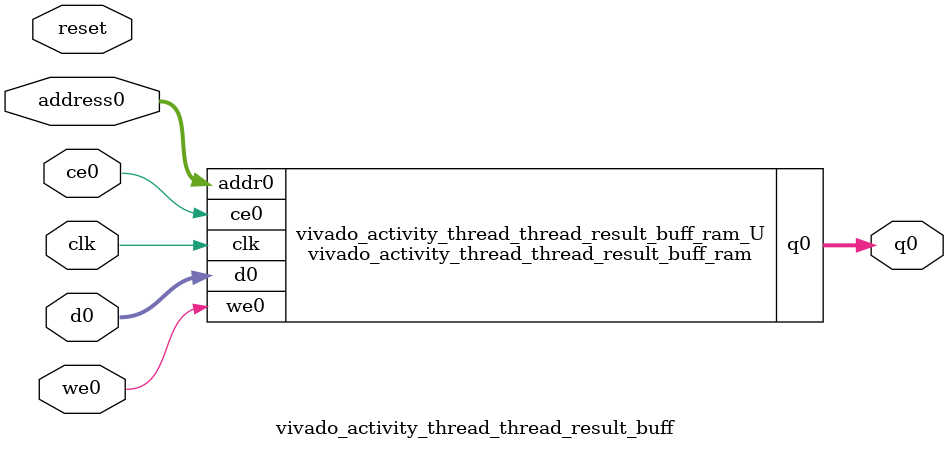
<source format=v>

`timescale 1 ns / 1 ps
module vivado_activity_thread_thread_result_buff_ram (addr0, ce0, d0, we0, q0,  clk);

parameter DWIDTH = 32;
parameter AWIDTH = 10;
parameter MEM_SIZE = 1000;

input[AWIDTH-1:0] addr0;
input ce0;
input[DWIDTH-1:0] d0;
input we0;
output reg[DWIDTH-1:0] q0;
input clk;

(* ram_style = "block" *)reg [DWIDTH-1:0] ram[MEM_SIZE-1:0];




always @(posedge clk)  
begin 
    if (ce0) 
    begin
        if (we0) 
        begin 
            ram[addr0] <= d0; 
            q0 <= d0;
        end 
        else 
            q0 <= ram[addr0];
    end
end


endmodule


`timescale 1 ns / 1 ps
module vivado_activity_thread_thread_result_buff(
    reset,
    clk,
    address0,
    ce0,
    we0,
    d0,
    q0);

parameter DataWidth = 32'd32;
parameter AddressRange = 32'd1000;
parameter AddressWidth = 32'd10;
input reset;
input clk;
input[AddressWidth - 1:0] address0;
input ce0;
input we0;
input[DataWidth - 1:0] d0;
output[DataWidth - 1:0] q0;




vivado_activity_thread_thread_result_buff_ram vivado_activity_thread_thread_result_buff_ram_U(
    .clk( clk ),
    .addr0( address0 ),
    .ce0( ce0 ),
    .d0( d0 ),
    .we0( we0 ),
    .q0( q0 ));

endmodule


</source>
